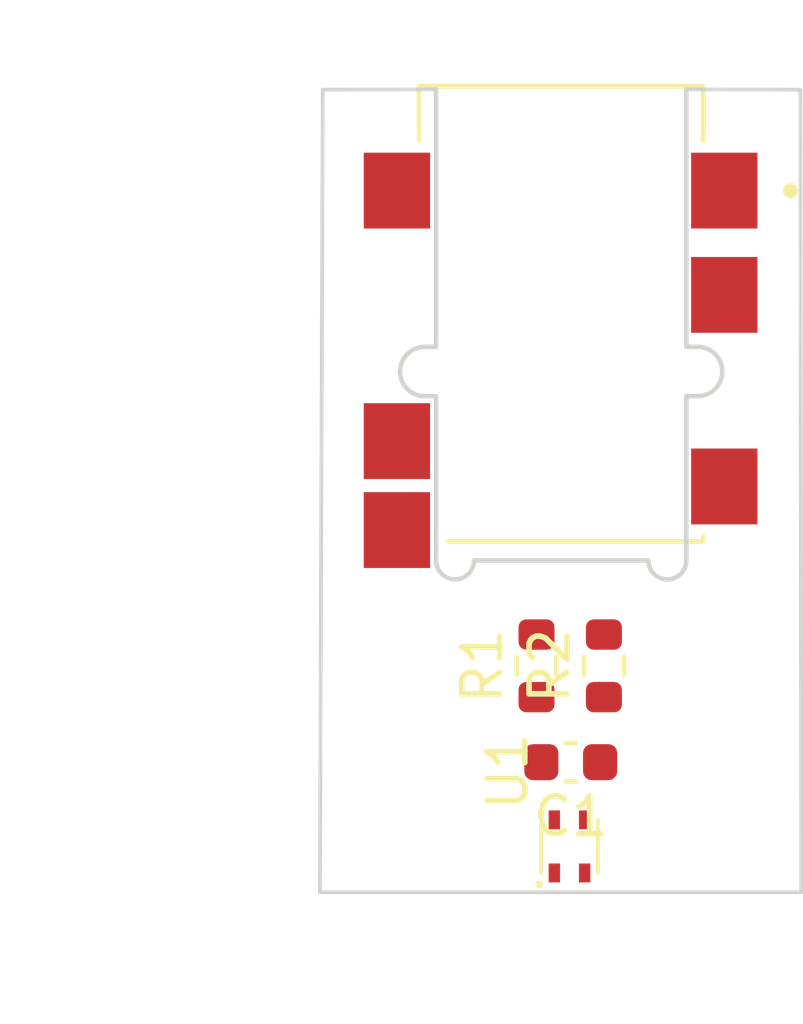
<source format=kicad_pcb>
(kicad_pcb (version 20221018) (generator pcbnew)
  (layers (0 "F.Cu" signal) (31 "B.Cu" signal) (34 "B.Paste" user) (35 "F.Paste" user) (36 "B.SilkS" user "B.Silkscreen") (37 "F.SilkS" user "F.Silkscreen") (38 "B.Mask" user) (39 "F.Mask" user) (44 "Edge.Cuts" user))
  (net 0 "")
  (net 1 "+3.3V")
  (net 2 "GND")
  (net 4 "/SDA")
  (net 5 "/SCL")
  (footprint "Capacitor_SMD:C_0603_1608Metric" (layer "F.Cu") (at 117.742 85.852 180)
    (fp_text reference "C1" (at 0 -1.43) (layer "F.SilkS"))
    (fp_text value "0.1uF")
    (fp_line (start -0.14058 -0.51) (end 0.14058 -0.51) (stroke (width 0.12)) (layer "F.SilkS"))
    (fp_line (start -0.14058 0.51) (end 0.14058 0.51) (stroke (width 0.12)) (layer "F.SilkS"))
    (pad "1" smd roundrect (at -0.775 0 180) (size 0.9 0.95) (layers "F.Cu" "F.Paste" "F.Mask") (net 1 "+3.3V"))
    (pad "2" smd roundrect (at 0.775 0 180) (size 0.9 0.95) (layers "F.Cu" "F.Paste" "F.Mask") (net 2 "GND"))
  )
  (footprint "Resistor_SMD:R_0603_1608Metric" (layer "F.Cu") (at 116.84 83.312 90)
    (fp_text reference "R1" (at 0 -1.43 90) (layer "F.SilkS"))
    (fp_text value "10k")
    (fp_line (start -0.237258 -0.5225) (end 0.237258 -0.5225) (stroke (width 0.12)) (layer "F.SilkS"))
    (fp_line (start -0.237258 0.5225) (end 0.237258 0.5225) (stroke (width 0.12)) (layer "F.SilkS"))
    (pad "1" smd roundrect (at -0.825 0 90) (size 0.8 0.95) (layers "F.Cu" "F.Paste" "F.Mask") (net 1 "+3.3V"))
    (pad "2" smd roundrect (at 0.825 0 90) (size 0.8 0.95) (layers "F.Cu" "F.Paste" "F.Mask") (net 4 "/SDA"))
  )
  (footprint "SHT40-AD1B-R3:SHT4X" (layer "F.Cu") (at 117.71 88.073 90)
    (fp_text reference "U1" (at 1.975 -1.635 90) (layer "F.SilkS"))
    (fp_text value "SHT40-AD1B-R3")
    (fp_line (start -0.7 -0.75) (end 0.7 -0.75) (stroke (width 0.1)) (layer "F.SilkS"))
    (fp_line (start -0.7 0.75) (end 0.7 0.75) (stroke (width 0.1)) (layer "F.SilkS"))
    (fp_circle (center -1 -0.8) (end -0.95 -0.8) (stroke (width 0.1)) (fill none) (layer "F.SilkS"))
    (pad "1" smd rect (at -0.7 -0.4 90) (size 0.5 0.3) (layers "F.Cu" "F.Paste" "F.Mask") (net 4 "/SDA"))
    (pad "2" smd rect (at -0.7 0.4 90) (size 0.5 0.3) (layers "F.Cu" "F.Paste" "F.Mask") (net 5 "/SCL"))
    (pad "3" smd rect (at 0.7 0.4 90) (size 0.5 0.3) (layers "F.Cu" "F.Paste" "F.Mask") (net 1 "+3.3V"))
    (pad "4" smd rect (at 0.7 -0.4 90) (size 0.5 0.3) (layers "F.Cu" "F.Paste" "F.Mask") (net 2 "GND"))
  )
  (footprint "SJ-43504-SMT-TR:CUI_SJ-43504-SMT-TR" (layer "F.Cu") (at 121.666 70.783 180)
    (fp_text reference "J1" hide)
    (fp_text value "SJ-43504-SMT-TR")
    (fp_line (start 0.425 -9.12) (end 0.425 -9.25) (stroke (width 0.127)) (layer "F.SilkS"))
    (fp_line (start 0.425 2.75) (end 0.425 1.32) (stroke (width 0.127)) (layer "F.SilkS"))
    (fp_line (start 7.155 -9.25) (end 0.425 -9.25) (stroke (width 0.127)) (layer "F.SilkS"))
    (fp_line (start 7.925 1.32) (end 7.925 2.75) (stroke (width 0.127)) (layer "F.SilkS"))
    (fp_line (start 7.925 2.75) (end 0.425 2.75) (stroke (width 0.127)) (layer "F.SilkS"))
    (fp_circle (center -1.875 0) (end -1.775 0) (stroke (width 0.2)) (fill none) (layer "F.SilkS"))
    (fp_line (start 0.575 -4.12) (end 0.875 -4.12) (stroke (width 0.12)) (layer "Edge.Cuts"))
    (fp_line (start 0.875 -9.75) (end 0.875 -5.42) (stroke (width 0.12)) (layer "Edge.Cuts"))
    (fp_line (start 0.875 -5.42) (end 0.575 -5.42) (stroke (width 0.12)) (layer "Edge.Cuts"))
    (fp_line (start 0.875 -4.12) (end 0.875 2.667) (stroke (width 0.12)) (layer "Edge.Cuts"))
    (fp_line (start 6.475 -9.75) (end 1.875 -9.75) (stroke (width 0.12)) (layer "Edge.Cuts"))
    (fp_line (start 7.475 -5.42) (end 7.475 -9.75) (stroke (width 0.12)) (layer "Edge.Cuts"))
    (fp_line (start 7.475 -4.12) (end 7.775 -4.12) (stroke (width 0.12)) (layer "Edge.Cuts"))
    (fp_line (start 7.475 2.667) (end 7.475 -4.12) (stroke (width 0.12)) (layer "Edge.Cuts"))
    (fp_line (start 7.775 -5.42) (end 7.475 -5.42) (stroke (width 0.12)) (layer "Edge.Cuts"))
    (fp_arc (start 0.575 -4.12) (mid -0.075 -4.77) (end 0.575 -5.42) (stroke (width 0.12)) (layer "Edge.Cuts"))
    (fp_arc (start 0.875 -9.75) (mid 1.375 -10.25) (end 1.875 -9.75) (stroke (width 0.12)) (layer "Edge.Cuts"))
    (fp_arc (start 6.475 -9.75) (mid 6.975 -10.25) (end 7.475 -9.75) (stroke (width 0.12)) (layer "Edge.Cuts"))
    (fp_arc (start 7.775 -5.42) (mid 8.425 -4.77) (end 7.775 -4.12) (stroke (width 0.12)) (layer "Edge.Cuts"))
    (pad "1" smd rect (at -0.127 0 180) (size 1.75 2) (layers "F.Cu" "F.Paste" "F.Mask") (net 1 "+3.3V"))
    (pad "2" smd rect (at 8.509 -6.604 180) (size 1.75 2) (layers "F.Cu" "F.Paste" "F.Mask") (net 2 "GND"))
    (pad "3" smd rect (at -0.127 -2.75 180) (size 1.75 2) (layers "F.Cu" "F.Paste" "F.Mask") (net 5 "/SCL"))
    (pad "4" smd rect (at 8.509 0 180) (size 1.75 2) (layers "F.Cu" "F.Paste" "F.Mask") (net 4 "/SDA"))
    (pad "5" smd rect (at 8.509 -8.95 180) (size 1.75 2) (layers "F.Cu" "F.Paste" "F.Mask"))
    (pad "6" smd rect (at -0.127 -7.8 180) (size 1.75 2) (layers "F.Cu" "F.Paste" "F.Mask"))
  )
  (footprint "Resistor_SMD:R_0603_1608Metric" (layer "F.Cu") (at 118.618 83.312 90)
    (fp_text reference "R2" (at 0 -1.43 90) (layer "F.SilkS"))
    (fp_text value "10k")
    (fp_line (start -0.237258 -0.5225) (end 0.237258 -0.5225) (stroke (width 0.12)) (layer "F.SilkS"))
    (fp_line (start -0.237258 0.5225) (end 0.237258 0.5225) (stroke (width 0.12)) (layer "F.SilkS"))
    (pad "1" smd roundrect (at -0.825 0 90) (size 0.8 0.95) (layers "F.Cu" "F.Paste" "F.Mask") (net 1 "+3.3V"))
    (pad "2" smd roundrect (at 0.825 0 90) (size 0.8 0.95) (layers "F.Cu" "F.Paste" "F.Mask") (net 5 "/SCL"))
  )
  (gr_line (start 111.125 89.281) (end 111.2012 68.1228) (stroke (width 0.1)) (layer "Edge.Cuts"))
  (gr_line (start 123.7996 68.1228) (end 123.825 89.281) (stroke (width 0.1)) (layer "Edge.Cuts"))
  (gr_line (start 123.7996 68.1228) (end 120.791 68.116) (stroke (width 0.1)) (layer "Edge.Cuts"))
  (gr_line (start 123.825 89.281) (end 111.125 89.281) (stroke (width 0.1)) (layer "Edge.Cuts"))
  (gr_line (start 114.191 68.116) (end 111.2012 68.1228) (stroke (width 0.1)) (layer "Edge.Cuts"))
)
</source>
